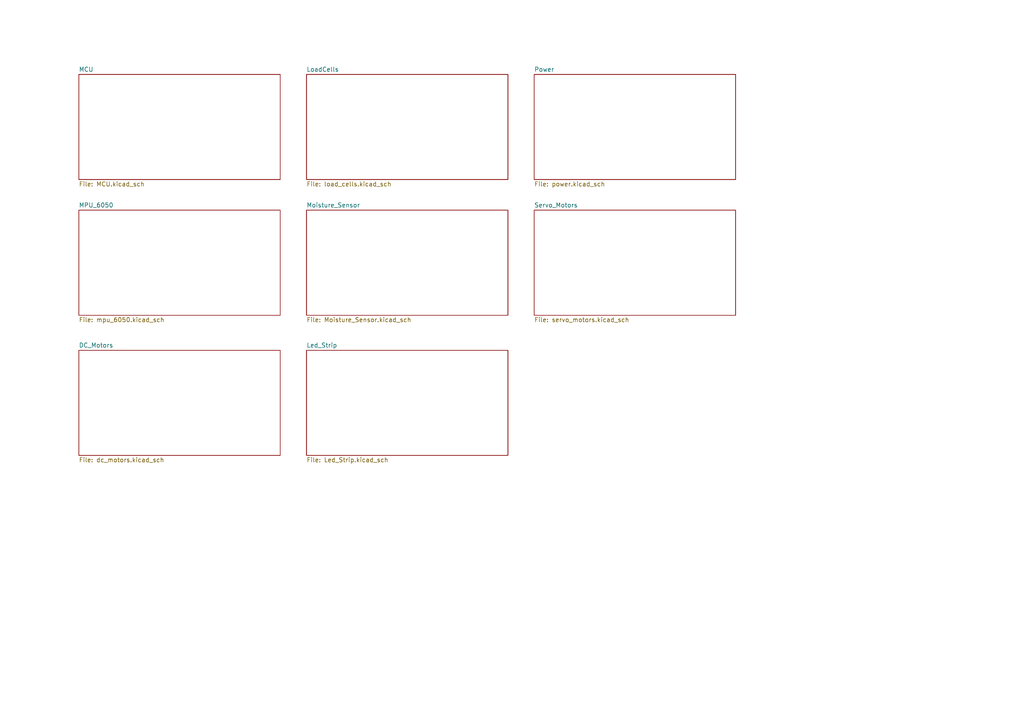
<source format=kicad_sch>
(kicad_sch
	(version 20231120)
	(generator "eeschema")
	(generator_version "8.0")
	(uuid "4fb49826-f4f2-4adc-9167-0fde2cfae758")
	(paper "A4")
	(lib_symbols)
	(sheet
		(at 154.94 21.59)
		(size 58.42 30.48)
		(fields_autoplaced yes)
		(stroke
			(width 0.1524)
			(type solid)
		)
		(fill
			(color 0 0 0 0.0000)
		)
		(uuid "077b7e1f-6a50-4498-916f-2f2cbb308e4d")
		(property "Sheetname" "Power"
			(at 154.94 20.8784 0)
			(effects
				(font
					(size 1.27 1.27)
				)
				(justify left bottom)
			)
		)
		(property "Sheetfile" "power.kicad_sch"
			(at 154.94 52.6546 0)
			(effects
				(font
					(size 1.27 1.27)
				)
				(justify left top)
			)
		)
		(instances
			(project "schematic"
				(path "/4fb49826-f4f2-4adc-9167-0fde2cfae758"
					(page "1")
				)
			)
		)
	)
	(sheet
		(at 22.86 21.59)
		(size 58.42 30.48)
		(fields_autoplaced yes)
		(stroke
			(width 0.1524)
			(type solid)
		)
		(fill
			(color 0 0 0 0.0000)
		)
		(uuid "3268f42b-1e36-44cd-bde5-6c72a5f6d71d")
		(property "Sheetname" "MCU"
			(at 22.86 20.8784 0)
			(effects
				(font
					(size 1.27 1.27)
				)
				(justify left bottom)
			)
		)
		(property "Sheetfile" "MCU.kicad_sch"
			(at 22.86 52.6546 0)
			(effects
				(font
					(size 1.27 1.27)
				)
				(justify left top)
			)
		)
		(instances
			(project "schematic"
				(path "/4fb49826-f4f2-4adc-9167-0fde2cfae758"
					(page "2")
				)
			)
		)
	)
	(sheet
		(at 88.9 101.6)
		(size 58.42 30.48)
		(fields_autoplaced yes)
		(stroke
			(width 0.1524)
			(type solid)
		)
		(fill
			(color 0 0 0 0.0000)
		)
		(uuid "4f574251-545c-4351-bdd5-3fed76cdaf60")
		(property "Sheetname" "Led_Strip"
			(at 88.9 100.8884 0)
			(effects
				(font
					(size 1.27 1.27)
				)
				(justify left bottom)
			)
		)
		(property "Sheetfile" "Led_Strip.kicad_sch"
			(at 88.9 132.6646 0)
			(effects
				(font
					(size 1.27 1.27)
				)
				(justify left top)
			)
		)
		(instances
			(project "schematic"
				(path "/4fb49826-f4f2-4adc-9167-0fde2cfae758"
					(page "9")
				)
			)
		)
	)
	(sheet
		(at 88.9 60.96)
		(size 58.42 30.48)
		(fields_autoplaced yes)
		(stroke
			(width 0.1524)
			(type solid)
		)
		(fill
			(color 0 0 0 0.0000)
		)
		(uuid "699ecae8-f86c-424f-9c9e-78606780853d")
		(property "Sheetname" "Moisture_Sensor"
			(at 88.9 60.2484 0)
			(effects
				(font
					(size 1.27 1.27)
				)
				(justify left bottom)
			)
		)
		(property "Sheetfile" "Moisture_Sensor.kicad_sch"
			(at 88.9 92.0246 0)
			(effects
				(font
					(size 1.27 1.27)
				)
				(justify left top)
			)
		)
		(instances
			(project "schematic"
				(path "/4fb49826-f4f2-4adc-9167-0fde2cfae758"
					(page "6")
				)
			)
		)
	)
	(sheet
		(at 22.86 101.6)
		(size 58.42 30.48)
		(fields_autoplaced yes)
		(stroke
			(width 0.1524)
			(type solid)
		)
		(fill
			(color 0 0 0 0.0000)
		)
		(uuid "794decff-4a4c-4e2d-aa5d-53445055f074")
		(property "Sheetname" "DC_Motors"
			(at 22.86 100.8884 0)
			(effects
				(font
					(size 1.27 1.27)
				)
				(justify left bottom)
			)
		)
		(property "Sheetfile" "dc_motors.kicad_sch"
			(at 22.86 132.6646 0)
			(effects
				(font
					(size 1.27 1.27)
				)
				(justify left top)
			)
		)
		(instances
			(project "schematic"
				(path "/4fb49826-f4f2-4adc-9167-0fde2cfae758"
					(page "8")
				)
			)
		)
	)
	(sheet
		(at 22.86 60.96)
		(size 58.42 30.48)
		(fields_autoplaced yes)
		(stroke
			(width 0.1524)
			(type solid)
		)
		(fill
			(color 0 0 0 0.0000)
		)
		(uuid "d0053cc7-11a1-448f-bcbd-a2c64a79480d")
		(property "Sheetname" "MPU_6050"
			(at 22.86 60.2484 0)
			(effects
				(font
					(size 1.27 1.27)
				)
				(justify left bottom)
			)
		)
		(property "Sheetfile" "mpu_6050.kicad_sch"
			(at 22.86 92.0246 0)
			(effects
				(font
					(size 1.27 1.27)
				)
				(justify left top)
			)
		)
		(instances
			(project "schematic"
				(path "/4fb49826-f4f2-4adc-9167-0fde2cfae758"
					(page "5")
				)
			)
		)
	)
	(sheet
		(at 88.9 21.59)
		(size 58.42 30.48)
		(fields_autoplaced yes)
		(stroke
			(width 0.1524)
			(type solid)
		)
		(fill
			(color 0 0 0 0.0000)
		)
		(uuid "da30b0fa-c96b-4c14-91e8-cb645bedfbe5")
		(property "Sheetname" "LoadCells"
			(at 88.9 20.8784 0)
			(effects
				(font
					(size 1.27 1.27)
				)
				(justify left bottom)
			)
		)
		(property "Sheetfile" "load_cells.kicad_sch"
			(at 88.9 52.6546 0)
			(effects
				(font
					(size 1.27 1.27)
				)
				(justify left top)
			)
		)
		(instances
			(project "schematic"
				(path "/4fb49826-f4f2-4adc-9167-0fde2cfae758"
					(page "3")
				)
			)
		)
	)
	(sheet
		(at 154.94 60.96)
		(size 58.42 30.48)
		(fields_autoplaced yes)
		(stroke
			(width 0.1524)
			(type solid)
		)
		(fill
			(color 0 0 0 0.0000)
		)
		(uuid "f07c9c00-c4ca-4771-a250-752aa59993c3")
		(property "Sheetname" "Servo_Motors"
			(at 154.94 60.2484 0)
			(effects
				(font
					(size 1.27 1.27)
				)
				(justify left bottom)
			)
		)
		(property "Sheetfile" "servo_motors.kicad_sch"
			(at 154.94 92.0246 0)
			(effects
				(font
					(size 1.27 1.27)
				)
				(justify left top)
			)
		)
		(instances
			(project "schematic"
				(path "/4fb49826-f4f2-4adc-9167-0fde2cfae758"
					(page "7")
				)
			)
		)
	)
	(sheet_instances
		(path "/"
			(page "1")
		)
	)
)

</source>
